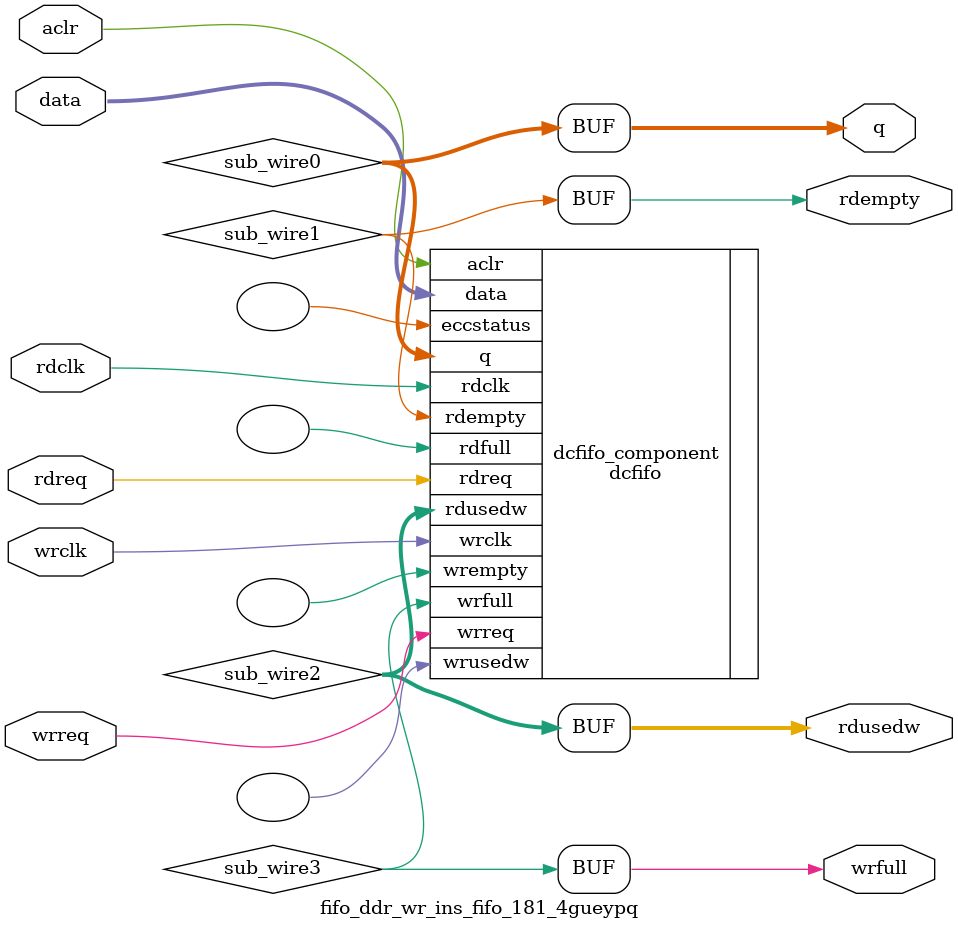
<source format=v>



`timescale 1 ps / 1 ps
// synopsys translate_on
module  fifo_ddr_wr_ins_fifo_181_4gueypq  (
    aclr,
    data,
    rdclk,
    rdreq,
    wrclk,
    wrreq,
    q,
    rdempty,
    rdusedw,
    wrfull);

    input    aclr;
    input  [545:0]  data;
    input    rdclk;
    input    rdreq;
    input    wrclk;
    input    wrreq;
    output [545:0]  q;
    output   rdempty;
    output [4:0]  rdusedw;
    output   wrfull;
`ifndef ALTERA_RESERVED_QIS
// synopsys translate_off
`endif
    tri0     aclr;
`ifndef ALTERA_RESERVED_QIS
// synopsys translate_on
`endif

    wire [545:0] sub_wire0;
    wire  sub_wire1;
    wire [4:0] sub_wire2;
    wire  sub_wire3;
    wire [545:0] q = sub_wire0[545:0];
    wire  rdempty = sub_wire1;
    wire [4:0] rdusedw = sub_wire2[4:0];
    wire  wrfull = sub_wire3;

    dcfifo  dcfifo_component (
                .aclr (aclr),
                .data (data),
                .rdclk (rdclk),
                .rdreq (rdreq),
                .wrclk (wrclk),
                .wrreq (wrreq),
                .q (sub_wire0),
                .rdempty (sub_wire1),
                .rdusedw (sub_wire2),
                .wrfull (sub_wire3),
                .eccstatus (),
                .rdfull (),
                .wrempty (),
                .wrusedw ());
    defparam
        dcfifo_component.enable_ecc  = "FALSE",
        dcfifo_component.intended_device_family  = "Arria 10",
        dcfifo_component.lpm_hint  = "DISABLE_DCFIFO_EMBEDDED_TIMING_CONSTRAINT=TRUE",
        dcfifo_component.lpm_numwords  = 32,
        dcfifo_component.lpm_showahead  = "ON",
        dcfifo_component.lpm_type  = "dcfifo",
        dcfifo_component.lpm_width  = 546,
        dcfifo_component.lpm_widthu  = 5,
        dcfifo_component.overflow_checking  = "ON",
        dcfifo_component.rdsync_delaypipe  = 4,
        dcfifo_component.read_aclr_synch  = "OFF",
        dcfifo_component.underflow_checking  = "ON",
        dcfifo_component.use_eab  = "ON",
        dcfifo_component.write_aclr_synch  = "OFF",
        dcfifo_component.wrsync_delaypipe  = 4;


endmodule



</source>
